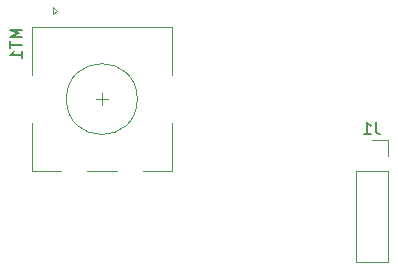
<source format=gbr>
%TF.GenerationSoftware,KiCad,Pcbnew,(6.0.2)*%
%TF.CreationDate,2022-03-04T14:07:56+01:00*%
%TF.ProjectId,interfacev1,696e7465-7266-4616-9365-76312e6b6963,rev?*%
%TF.SameCoordinates,Original*%
%TF.FileFunction,Legend,Bot*%
%TF.FilePolarity,Positive*%
%FSLAX46Y46*%
G04 Gerber Fmt 4.6, Leading zero omitted, Abs format (unit mm)*
G04 Created by KiCad (PCBNEW (6.0.2)) date 2022-03-04 14:07:56*
%MOMM*%
%LPD*%
G01*
G04 APERTURE LIST*
%ADD10C,0.150000*%
%ADD11C,0.120000*%
G04 APERTURE END LIST*
D10*
%TO.C,MT1*%
X56752380Y-52779523D02*
X55752380Y-52779523D01*
X56466666Y-53112857D01*
X55752380Y-53446190D01*
X56752380Y-53446190D01*
X55752380Y-53779523D02*
X55752380Y-54350952D01*
X56752380Y-54065238D02*
X55752380Y-54065238D01*
X56752380Y-55208095D02*
X56752380Y-54636666D01*
X56752380Y-54922380D02*
X55752380Y-54922380D01*
X55895238Y-54827142D01*
X55990476Y-54731904D01*
X56038095Y-54636666D01*
%TO.C,J1*%
X86693333Y-60622380D02*
X86693333Y-61336666D01*
X86740952Y-61479523D01*
X86836190Y-61574761D01*
X86979047Y-61622380D01*
X87074285Y-61622380D01*
X85693333Y-61622380D02*
X86264761Y-61622380D01*
X85979047Y-61622380D02*
X85979047Y-60622380D01*
X86074285Y-60765238D01*
X86169523Y-60860476D01*
X86264761Y-60908095D01*
D11*
%TO.C,MT1*%
X69400000Y-64770000D02*
X69400000Y-60670000D01*
X59400000Y-51470000D02*
X59700000Y-51170000D01*
X59700000Y-51170000D02*
X59400000Y-50870000D01*
X69400000Y-56670000D02*
X69400000Y-52570000D01*
X57600000Y-60670000D02*
X57600000Y-64770000D01*
X57600000Y-64770000D02*
X60000000Y-64770000D01*
X67000000Y-64770000D02*
X69400000Y-64770000D01*
X63000000Y-58670000D02*
X64000000Y-58670000D01*
X57600000Y-56670000D02*
X57600000Y-52570000D01*
X63500000Y-58170000D02*
X63500000Y-59170000D01*
X62200000Y-64770000D02*
X64800000Y-64770000D01*
X57600000Y-52570000D02*
X69400000Y-52570000D01*
X59400000Y-50870000D02*
X59400000Y-51470000D01*
X66500000Y-58670000D02*
G75*
G03*
X66500000Y-58670000I-3000000J0D01*
G01*
%TO.C,J1*%
X85030000Y-64770000D02*
X85030000Y-72450000D01*
X87690000Y-63500000D02*
X87690000Y-62170000D01*
X87690000Y-72450000D02*
X85030000Y-72450000D01*
X87690000Y-64770000D02*
X85030000Y-64770000D01*
X87690000Y-62170000D02*
X86360000Y-62170000D01*
X87690000Y-64770000D02*
X87690000Y-72450000D01*
%TD*%
M02*

</source>
